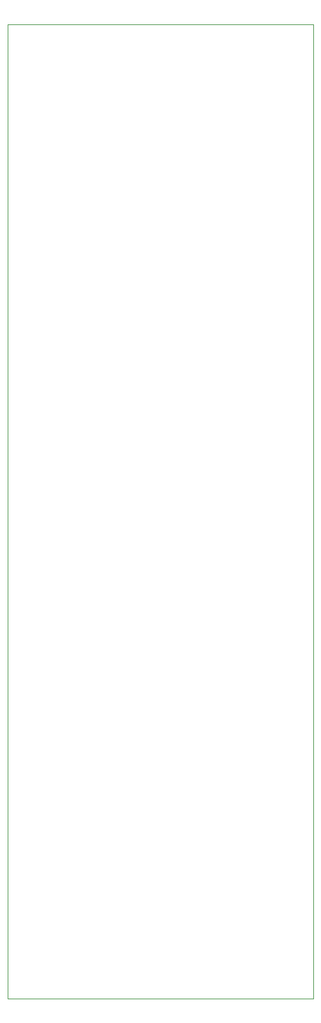
<source format=gbr>
G04 #@! TF.GenerationSoftware,KiCad,Pcbnew,6.0.6+dfsg-1*
G04 #@! TF.CreationDate,2022-10-02T16:41:46+02:00*
G04 #@! TF.ProjectId,demiurge-panel_adsr,64656d69-7572-4676-952d-70616e656c5f,F*
G04 #@! TF.SameCoordinates,Original*
G04 #@! TF.FileFunction,Profile,NP*
%FSLAX46Y46*%
G04 Gerber Fmt 4.6, Leading zero omitted, Abs format (unit mm)*
G04 Created by KiCad (PCBNEW 6.0.6+dfsg-1) date 2022-10-02 16:41:46*
%MOMM*%
%LPD*%
G01*
G04 APERTURE LIST*
G04 #@! TA.AperFunction,Profile*
%ADD10C,0.050000*%
G04 #@! TD*
G04 APERTURE END LIST*
D10*
X76200000Y-170000000D02*
X76200000Y-41500000D01*
X116586000Y-170000000D02*
X76200000Y-170000000D01*
X116586000Y-41500000D02*
X116586000Y-170000000D01*
X76200000Y-41500000D02*
X116586000Y-41500000D01*
M02*

</source>
